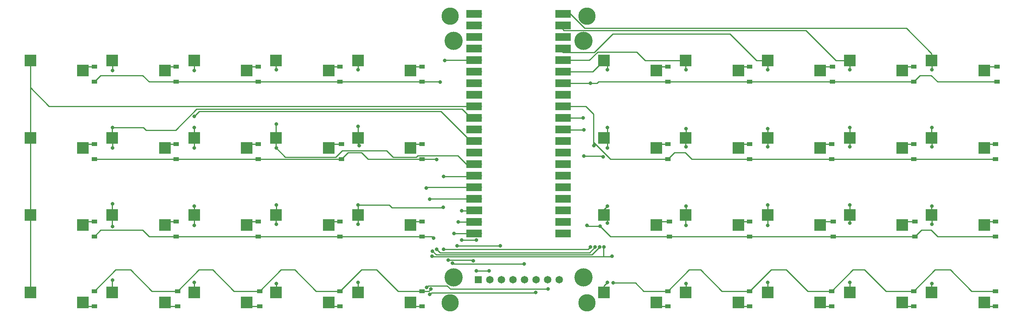
<source format=gbr>
G04 #@! TF.GenerationSoftware,KiCad,Pcbnew,(6.0.4-0)*
G04 #@! TF.CreationDate,2022-07-12T00:36:11-05:00*
G04 #@! TF.ProjectId,keezyboost40,6b65657a-7962-46f6-9f73-7434302e6b69,rev?*
G04 #@! TF.SameCoordinates,Original*
G04 #@! TF.FileFunction,Copper,L2,Bot*
G04 #@! TF.FilePolarity,Positive*
%FSLAX46Y46*%
G04 Gerber Fmt 4.6, Leading zero omitted, Abs format (unit mm)*
G04 Created by KiCad (PCBNEW (6.0.4-0)) date 2022-07-12 00:36:11*
%MOMM*%
%LPD*%
G01*
G04 APERTURE LIST*
G04 #@! TA.AperFunction,SMDPad,CuDef*
%ADD10R,2.600000X2.600000*%
G04 #@! TD*
G04 #@! TA.AperFunction,ComponentPad*
%ADD11C,3.800000*%
G04 #@! TD*
G04 #@! TA.AperFunction,ComponentPad*
%ADD12C,4.000000*%
G04 #@! TD*
G04 #@! TA.AperFunction,ComponentPad*
%ADD13R,1.650000X1.650000*%
G04 #@! TD*
G04 #@! TA.AperFunction,ComponentPad*
%ADD14C,1.650000*%
G04 #@! TD*
G04 #@! TA.AperFunction,SMDPad,CuDef*
%ADD15R,1.200000X0.900000*%
G04 #@! TD*
G04 #@! TA.AperFunction,SMDPad,CuDef*
%ADD16R,3.500000X1.700000*%
G04 #@! TD*
G04 #@! TA.AperFunction,ComponentPad*
%ADD17O,1.700000X1.700000*%
G04 #@! TD*
G04 #@! TA.AperFunction,ComponentPad*
%ADD18R,1.700000X1.700000*%
G04 #@! TD*
G04 #@! TA.AperFunction,ViaPad*
%ADD19C,0.800000*%
G04 #@! TD*
G04 #@! TA.AperFunction,Conductor*
%ADD20C,0.250000*%
G04 #@! TD*
G04 APERTURE END LIST*
D10*
X193725000Y-58750000D03*
X205275000Y-60950000D03*
X49725000Y-41750000D03*
X61275000Y-43950000D03*
X85725000Y-24750000D03*
X97275000Y-26950000D03*
X67725000Y-75750000D03*
X79275000Y-77950000D03*
X139725000Y-75750000D03*
X151275000Y-77950000D03*
X175725000Y-24750000D03*
X187275000Y-26950000D03*
X13725000Y-24750000D03*
X25275000Y-26950000D03*
X31725000Y-41750000D03*
X43275000Y-43950000D03*
X67725000Y-41750000D03*
X79275000Y-43950000D03*
X31725000Y-75750000D03*
X43275000Y-77950000D03*
X211725000Y-41750000D03*
X223275000Y-43950000D03*
X13725000Y-58750000D03*
X25275000Y-60950000D03*
X31725000Y-24750000D03*
X43275000Y-26950000D03*
X85725000Y-75750000D03*
X97275000Y-77950000D03*
X193725000Y-24750000D03*
X205275000Y-26950000D03*
X193725000Y-75750000D03*
X205275000Y-77950000D03*
X211725000Y-58750000D03*
X223275000Y-60950000D03*
X13725000Y-41750000D03*
X25275000Y-43950000D03*
X49725000Y-58750000D03*
X61275000Y-60950000D03*
X193725000Y-41750000D03*
X205275000Y-43950000D03*
X139725000Y-58750000D03*
X151275000Y-60950000D03*
X175725000Y-41750000D03*
X187275000Y-43950000D03*
X175725000Y-75750000D03*
X187275000Y-77950000D03*
X49725000Y-75750000D03*
X61275000Y-77950000D03*
X211725000Y-75750000D03*
X223275000Y-77950000D03*
X211725000Y-24750000D03*
X223275000Y-26950000D03*
X85725000Y-41750000D03*
X97275000Y-43950000D03*
X157725000Y-58750000D03*
X169275000Y-60950000D03*
X49725000Y-24750000D03*
X61275000Y-26950000D03*
X13725000Y-75750000D03*
X25275000Y-77950000D03*
X139725000Y-24750000D03*
X151275000Y-26950000D03*
D11*
X106000000Y-78000000D03*
X136000000Y-78000000D03*
D10*
X157725000Y-75750000D03*
X169275000Y-77950000D03*
X157725000Y-41750000D03*
X169275000Y-43950000D03*
D12*
X106750000Y-72450000D03*
X106750000Y-20450000D03*
X135250000Y-20450000D03*
X135250000Y-72450000D03*
D13*
X112110000Y-72950000D03*
D14*
X114650000Y-72950000D03*
X117190000Y-72950000D03*
X119730000Y-72950000D03*
X122270000Y-72950000D03*
X124810000Y-72950000D03*
X127350000Y-72950000D03*
X129890000Y-72950000D03*
D11*
X106000000Y-15000000D03*
D10*
X157725000Y-24750000D03*
X169275000Y-26950000D03*
X67725000Y-24750000D03*
X79275000Y-26950000D03*
X175725000Y-58750000D03*
X187275000Y-60950000D03*
X67725000Y-58750000D03*
X79275000Y-60950000D03*
X31725000Y-58750000D03*
X43275000Y-60950000D03*
D11*
X136000000Y-15000000D03*
D10*
X85725000Y-58750000D03*
X97275000Y-60950000D03*
X139725000Y-41750000D03*
X151275000Y-43950000D03*
D15*
X225775100Y-63450000D03*
X225775100Y-60150000D03*
X207775100Y-29450000D03*
X207775100Y-26150000D03*
X63775100Y-46450000D03*
X63775100Y-43150000D03*
X171775100Y-75450000D03*
X171775100Y-78750000D03*
X27775100Y-63450000D03*
X27775100Y-60150000D03*
X99775100Y-75450000D03*
X99775100Y-78750000D03*
X99775100Y-46450000D03*
X99775100Y-43150000D03*
X64100000Y-75450000D03*
X64100000Y-78750000D03*
X63775100Y-29450000D03*
X63775100Y-26150000D03*
X27775100Y-29450000D03*
X27775100Y-26150000D03*
X207775100Y-75450000D03*
X207775100Y-78750000D03*
D16*
X130790000Y-14520000D03*
D17*
X129890000Y-14520000D03*
X129890000Y-17060000D03*
D16*
X130790000Y-17060000D03*
D18*
X129890000Y-19600000D03*
D16*
X130790000Y-19600000D03*
D17*
X129890000Y-22140000D03*
D16*
X130790000Y-22140000D03*
X130790000Y-24680000D03*
D17*
X129890000Y-24680000D03*
D16*
X130790000Y-27220000D03*
D17*
X129890000Y-27220000D03*
D16*
X130790000Y-29760000D03*
D17*
X129890000Y-29760000D03*
D18*
X129890000Y-32300000D03*
D16*
X130790000Y-32300000D03*
X130790000Y-34840000D03*
D17*
X129890000Y-34840000D03*
X129890000Y-37380000D03*
D16*
X130790000Y-37380000D03*
X130790000Y-39920000D03*
D17*
X129890000Y-39920000D03*
X129890000Y-42460000D03*
D16*
X130790000Y-42460000D03*
X130790000Y-45000000D03*
D18*
X129890000Y-45000000D03*
D16*
X130790000Y-47540000D03*
D17*
X129890000Y-47540000D03*
X129890000Y-50080000D03*
D16*
X130790000Y-50080000D03*
D17*
X129890000Y-52620000D03*
D16*
X130790000Y-52620000D03*
D17*
X129890000Y-55160000D03*
D16*
X130790000Y-55160000D03*
X130790000Y-57700000D03*
D18*
X129890000Y-57700000D03*
D16*
X130790000Y-60240000D03*
D17*
X129890000Y-60240000D03*
X129890000Y-62780000D03*
D16*
X130790000Y-62780000D03*
D17*
X112110000Y-62780000D03*
D16*
X111210000Y-62780000D03*
D17*
X112110000Y-60240000D03*
D16*
X111210000Y-60240000D03*
D18*
X112110000Y-57700000D03*
D16*
X111210000Y-57700000D03*
D17*
X112110000Y-55160000D03*
D16*
X111210000Y-55160000D03*
X111210000Y-52620000D03*
D17*
X112110000Y-52620000D03*
D16*
X111210000Y-50080000D03*
D17*
X112110000Y-50080000D03*
D16*
X111210000Y-47540000D03*
D17*
X112110000Y-47540000D03*
D18*
X112110000Y-45000000D03*
D16*
X111210000Y-45000000D03*
D17*
X112110000Y-42460000D03*
D16*
X111210000Y-42460000D03*
X111210000Y-39920000D03*
D17*
X112110000Y-39920000D03*
D16*
X111210000Y-37380000D03*
D17*
X112110000Y-37380000D03*
X112110000Y-34840000D03*
D16*
X111210000Y-34840000D03*
D18*
X112110000Y-32300000D03*
D16*
X111210000Y-32300000D03*
X111210000Y-29760000D03*
D17*
X112110000Y-29760000D03*
D16*
X111210000Y-27220000D03*
D17*
X112110000Y-27220000D03*
X112110000Y-24680000D03*
D16*
X111210000Y-24680000D03*
D17*
X112110000Y-22140000D03*
D16*
X111210000Y-22140000D03*
D18*
X112110000Y-19600000D03*
D16*
X111210000Y-19600000D03*
X111210000Y-17060000D03*
D17*
X112110000Y-17060000D03*
D16*
X111210000Y-14520000D03*
D17*
X112110000Y-14520000D03*
D15*
X45775100Y-63450000D03*
X45775100Y-60150000D03*
X153775100Y-46450000D03*
X153775100Y-43150000D03*
X45775100Y-29450000D03*
X45775100Y-26150000D03*
X225775100Y-46450000D03*
X225775100Y-43150000D03*
X81775100Y-29450000D03*
X81775100Y-26150000D03*
X208100000Y-63450000D03*
X208100000Y-60150000D03*
X153775100Y-75450000D03*
X153775100Y-78750000D03*
X99775100Y-29450000D03*
X99775100Y-26150000D03*
X27775100Y-46450000D03*
X27775100Y-43150000D03*
X81775100Y-63450000D03*
X81775100Y-60150000D03*
X226100000Y-29450000D03*
X226100000Y-26150000D03*
X46100000Y-75450000D03*
X46100000Y-78750000D03*
X82100000Y-46450000D03*
X82100000Y-43150000D03*
X171775100Y-46450000D03*
X171775100Y-43150000D03*
X189775100Y-46450000D03*
X189775100Y-43150000D03*
X171775100Y-29450000D03*
X171775100Y-26150000D03*
X153775100Y-29450000D03*
X153775100Y-26150000D03*
X171775100Y-63450000D03*
X171775100Y-60150000D03*
X63775100Y-63450000D03*
X63775100Y-60150000D03*
X189775100Y-75450000D03*
X189775100Y-78750000D03*
X225775100Y-75450000D03*
X225775100Y-78750000D03*
X154100000Y-63450000D03*
X154100000Y-60150000D03*
X99775100Y-63450000D03*
X99775100Y-60150000D03*
X45775100Y-46450000D03*
X45775100Y-43150000D03*
X27775100Y-75450000D03*
X27775100Y-78750000D03*
X189925100Y-29450000D03*
X189925100Y-26150000D03*
X81775100Y-75450000D03*
X81775100Y-78750000D03*
X207775100Y-46450000D03*
X207775100Y-43150000D03*
X190100000Y-63450000D03*
X190100000Y-60150000D03*
D19*
X111750000Y-71000000D03*
X111750000Y-64229502D03*
X114500000Y-71000000D03*
X108479502Y-64229502D03*
X108500000Y-57750000D03*
X136775500Y-65750000D03*
X136750000Y-29750000D03*
X104500000Y-66250000D03*
X103750000Y-29500000D03*
X103025500Y-46500000D03*
X103025500Y-66275500D03*
X137500000Y-43500000D03*
X137775003Y-65750000D03*
X135130000Y-37380000D03*
X102301000Y-63750000D03*
X102102081Y-66657994D03*
X138862989Y-61137011D03*
X138774506Y-65750000D03*
X136051000Y-61000000D03*
X139600689Y-45899311D03*
X139774009Y-65750000D03*
X141785908Y-73648385D03*
X135326500Y-40000000D03*
X101750000Y-75000000D03*
X135326500Y-45714386D03*
X141500000Y-67750000D03*
X102000000Y-67750000D03*
X104750000Y-24750000D03*
X111000000Y-68750000D03*
X105500000Y-68598051D03*
X31750000Y-61250000D03*
X31750000Y-56250000D03*
X31750000Y-39500000D03*
X31750000Y-44000000D03*
X31750000Y-27000000D03*
X31750000Y-73000000D03*
X49750000Y-56750000D03*
X49750000Y-44000000D03*
X49750000Y-39500000D03*
X49750000Y-61000000D03*
X49750000Y-27000000D03*
X49750000Y-73500000D03*
X49750000Y-37000000D03*
X67750000Y-56500000D03*
X67750000Y-44000000D03*
X67750000Y-73750000D03*
X67750000Y-38750000D03*
X67750000Y-60750000D03*
X67750000Y-26750000D03*
X85750000Y-26750000D03*
X104500000Y-50250000D03*
X85750000Y-39250000D03*
X86000000Y-43500000D03*
X85750000Y-60750000D03*
X104474500Y-57000000D03*
X85750000Y-73500000D03*
X85750000Y-56500000D03*
X140500000Y-73500000D03*
X140500000Y-26750000D03*
X140500000Y-60500000D03*
X140500000Y-56750000D03*
X140500000Y-39500000D03*
X140500000Y-44000000D03*
X157750000Y-73750000D03*
X157750000Y-39750000D03*
X157750000Y-26750000D03*
X157750000Y-61000000D03*
X157750000Y-56750000D03*
X157750000Y-43750000D03*
X175750000Y-61000000D03*
X175750000Y-26750000D03*
X175750000Y-73500000D03*
X175750000Y-56500000D03*
X175750000Y-43750000D03*
X175750000Y-39750000D03*
X193750000Y-60500000D03*
X193750000Y-56500000D03*
X193750000Y-43750000D03*
X193750000Y-26750000D03*
X193750000Y-73500000D03*
X193750000Y-39500000D03*
X211750000Y-39500000D03*
X211750000Y-56750000D03*
X211750000Y-73750000D03*
X211750000Y-26750000D03*
X211750000Y-43750000D03*
X211750000Y-60750000D03*
X106500000Y-69322551D03*
X106775500Y-62750000D03*
X122250000Y-69500000D03*
X107500000Y-65500000D03*
X107755002Y-60250000D03*
X117000000Y-65500000D03*
X101474500Y-55250000D03*
X127500000Y-75000000D03*
X100829952Y-74609472D03*
X124750000Y-75750000D03*
X100750000Y-52750000D03*
X101488084Y-76149661D03*
D20*
X111750000Y-64229502D02*
X108479502Y-64229502D01*
X114500000Y-71000000D02*
X111750000Y-71000000D01*
X112060000Y-57750000D02*
X112110000Y-57700000D01*
X108500000Y-57750000D02*
X112060000Y-57750000D01*
X211610768Y-28025479D02*
X209199621Y-28025479D01*
X129900000Y-29750000D02*
X129890000Y-29760000D01*
X209199621Y-28025479D02*
X207775100Y-29450000D01*
X136275500Y-66250000D02*
X136775500Y-65750000D01*
X189925100Y-29450000D02*
X207775100Y-29450000D01*
X138250000Y-29750000D02*
X136750000Y-29750000D01*
X226100000Y-29450000D02*
X213035289Y-29450000D01*
X38424505Y-28025479D02*
X39849026Y-29450000D01*
X29199621Y-28025479D02*
X38424505Y-28025479D01*
X153775100Y-29450000D02*
X171775100Y-29450000D01*
X39849026Y-29450000D02*
X45775100Y-29450000D01*
X171775100Y-29450000D02*
X189925100Y-29450000D01*
X81775100Y-29450000D02*
X99775100Y-29450000D01*
X45775100Y-29450000D02*
X63775100Y-29450000D01*
X136750000Y-29750000D02*
X129900000Y-29750000D01*
X104500000Y-66250000D02*
X136275500Y-66250000D01*
X138550000Y-29450000D02*
X153775100Y-29450000D01*
X99775100Y-29450000D02*
X103700000Y-29450000D01*
X63775100Y-29450000D02*
X81775100Y-29450000D01*
X103700000Y-29450000D02*
X103750000Y-29500000D01*
X27775100Y-29450000D02*
X29199621Y-28025479D01*
X138250000Y-29750000D02*
X138550000Y-29450000D01*
X213035289Y-29450000D02*
X211610768Y-28025479D01*
X26075000Y-26150000D02*
X25275000Y-26950000D01*
X27775100Y-26150000D02*
X26075000Y-26150000D01*
X44075000Y-26150000D02*
X43275000Y-26950000D01*
X45775100Y-26150000D02*
X44075000Y-26150000D01*
X62075000Y-26150000D02*
X61275000Y-26950000D01*
X63775100Y-26150000D02*
X62075000Y-26150000D01*
X81775100Y-26150000D02*
X80075000Y-26150000D01*
X80075000Y-26150000D02*
X79275000Y-26950000D01*
X98075000Y-26150000D02*
X97275000Y-26950000D01*
X99775100Y-26150000D02*
X98075000Y-26150000D01*
X152075000Y-26150000D02*
X151275000Y-26950000D01*
X153775100Y-26150000D02*
X152075000Y-26150000D01*
X170075000Y-26150000D02*
X169275000Y-26950000D01*
X171775100Y-26150000D02*
X170075000Y-26150000D01*
X189925100Y-26150000D02*
X188075000Y-26150000D01*
X188075000Y-26150000D02*
X187275000Y-26950000D01*
X206075000Y-26150000D02*
X205275000Y-26950000D01*
X207775100Y-26150000D02*
X206075000Y-26150000D01*
X226100000Y-26150000D02*
X224075000Y-26150000D01*
X224075000Y-26150000D02*
X223275000Y-26950000D01*
X136575603Y-66974511D02*
X137775003Y-65775111D01*
X137475489Y-42725489D02*
X137475489Y-43475489D01*
X103724511Y-66974511D02*
X136575603Y-66974511D01*
X87950000Y-46450000D02*
X99775100Y-46450000D01*
X103025500Y-66275500D02*
X103724511Y-66974511D01*
X103025500Y-46500000D02*
X102975500Y-46450000D01*
X63775100Y-46450000D02*
X45775100Y-46450000D01*
X102975500Y-46450000D02*
X99775100Y-46450000D01*
X159035289Y-46450000D02*
X157585289Y-45000000D01*
X155225100Y-45000000D02*
X153775100Y-46450000D01*
X86525479Y-45025479D02*
X87950000Y-46450000D01*
X137775003Y-65775111D02*
X137775003Y-65750000D01*
X45775100Y-46450000D02*
X27775100Y-46450000D01*
X189775100Y-46450000D02*
X171775100Y-46450000D01*
X138100489Y-43350489D02*
X137475489Y-42725489D01*
X82100000Y-46450000D02*
X83524521Y-45025479D01*
X225775100Y-46450000D02*
X207775100Y-46450000D01*
X82100000Y-46450000D02*
X63775100Y-46450000D01*
X207775100Y-46450000D02*
X189775100Y-46450000D01*
X135790978Y-34840000D02*
X129890000Y-34840000D01*
X153775100Y-46450000D02*
X141175978Y-46450000D01*
X137475489Y-43475489D02*
X137500000Y-43500000D01*
X141175978Y-46450000D02*
X138100489Y-43374511D01*
X171775100Y-46450000D02*
X159035289Y-46450000D01*
X137475489Y-36524511D02*
X135790978Y-34840000D01*
X137475489Y-42725489D02*
X137475489Y-36524511D01*
X138100489Y-43374511D02*
X138100489Y-43350489D01*
X83524521Y-45025479D02*
X86525479Y-45025479D01*
X157585289Y-45000000D02*
X155225100Y-45000000D01*
X26075000Y-43150000D02*
X25275000Y-43950000D01*
X27775100Y-43150000D02*
X26075000Y-43150000D01*
X44075000Y-43150000D02*
X43275000Y-43950000D01*
X45775100Y-43150000D02*
X44075000Y-43150000D01*
X63775100Y-43150000D02*
X62075000Y-43150000D01*
X62075000Y-43150000D02*
X61275000Y-43950000D01*
X82100000Y-43150000D02*
X80075000Y-43150000D01*
X80075000Y-43150000D02*
X79275000Y-43950000D01*
X98075000Y-43150000D02*
X97275000Y-43950000D01*
X99775100Y-43150000D02*
X98075000Y-43150000D01*
X152075000Y-43150000D02*
X151275000Y-43950000D01*
X153775100Y-43150000D02*
X152075000Y-43150000D01*
X170075000Y-43150000D02*
X169275000Y-43950000D01*
X171775100Y-43150000D02*
X170075000Y-43150000D01*
X189775100Y-43150000D02*
X188075000Y-43150000D01*
X188075000Y-43150000D02*
X187275000Y-43950000D01*
X206075000Y-43150000D02*
X205275000Y-43950000D01*
X207775100Y-43150000D02*
X206075000Y-43150000D01*
X224075000Y-43150000D02*
X223275000Y-43950000D01*
X225775100Y-43150000D02*
X224075000Y-43150000D01*
X171775100Y-63450000D02*
X154100000Y-63450000D01*
X208100000Y-63450000D02*
X190100000Y-63450000D01*
X45775100Y-63450000D02*
X63775100Y-63450000D01*
X138862989Y-61137011D02*
X136188011Y-61137011D01*
X209524521Y-62025479D02*
X208100000Y-63450000D01*
X154100000Y-63450000D02*
X141175978Y-63450000D01*
X135130000Y-37380000D02*
X129890000Y-37380000D01*
X27775100Y-63450000D02*
X29199621Y-62025479D01*
X29199621Y-62025479D02*
X38424505Y-62025479D01*
X211610768Y-62025479D02*
X209524521Y-62025479D01*
X102001000Y-63450000D02*
X102301000Y-63750000D01*
X102868118Y-67424031D02*
X137125586Y-67424031D01*
X138774506Y-65775111D02*
X138774506Y-65750000D01*
X81775100Y-63450000D02*
X99775100Y-63450000D01*
X136188011Y-61137011D02*
X136051000Y-61000000D01*
X99775100Y-63450000D02*
X102001000Y-63450000D01*
X137125586Y-67424031D02*
X138774506Y-65775111D01*
X102102081Y-66657994D02*
X102868118Y-67424031D01*
X190100000Y-63450000D02*
X171775100Y-63450000D01*
X38424505Y-62025479D02*
X39849026Y-63450000D01*
X39849026Y-63450000D02*
X45775100Y-63450000D01*
X213035289Y-63450000D02*
X211610768Y-62025479D01*
X63775100Y-63450000D02*
X81775100Y-63450000D01*
X225775100Y-63450000D02*
X213035289Y-63450000D01*
X141175978Y-63450000D02*
X138862989Y-61137011D01*
X27775100Y-60150000D02*
X26075000Y-60150000D01*
X26075000Y-60150000D02*
X25275000Y-60950000D01*
X45775100Y-60150000D02*
X44075000Y-60150000D01*
X44075000Y-60150000D02*
X43275000Y-60950000D01*
X62075000Y-60150000D02*
X61275000Y-60950000D01*
X63775100Y-60150000D02*
X62075000Y-60150000D01*
X80075000Y-60150000D02*
X79275000Y-60950000D01*
X81775100Y-60150000D02*
X80075000Y-60150000D01*
X99775100Y-60150000D02*
X98075000Y-60150000D01*
X98075000Y-60150000D02*
X97275000Y-60950000D01*
X154100000Y-60150000D02*
X152075000Y-60150000D01*
X152075000Y-60150000D02*
X151275000Y-60950000D01*
X171775100Y-60150000D02*
X170075000Y-60150000D01*
X170075000Y-60150000D02*
X169275000Y-60950000D01*
X190100000Y-60150000D02*
X188075000Y-60150000D01*
X188075000Y-60150000D02*
X187275000Y-60950000D01*
X208100000Y-60150000D02*
X206075000Y-60150000D01*
X206075000Y-60150000D02*
X205275000Y-60950000D01*
X225775100Y-60150000D02*
X224075000Y-60150000D01*
X224075000Y-60150000D02*
X223275000Y-60950000D01*
X32450521Y-70774579D02*
X35774579Y-70774579D01*
X86450521Y-70774579D02*
X89820256Y-70774579D01*
X146694062Y-73648385D02*
X148495677Y-75450000D01*
X50775421Y-70774579D02*
X53820256Y-70774579D01*
X215820256Y-70774579D02*
X212450521Y-70774579D01*
X68775421Y-70774579D02*
X71820256Y-70774579D01*
X81775100Y-75450000D02*
X86450521Y-70774579D01*
X171775100Y-75450000D02*
X165683008Y-75450000D01*
X176450521Y-70774579D02*
X171775100Y-75450000D01*
X101300000Y-75450000D02*
X101750000Y-75000000D01*
X207775100Y-75450000D02*
X201683008Y-75450000D01*
X46100000Y-75450000D02*
X50775421Y-70774579D01*
X220495677Y-75450000D02*
X215820256Y-70774579D01*
X189775100Y-75450000D02*
X184495677Y-75450000D01*
X102123551Y-67873551D02*
X141376449Y-67873551D01*
X184495677Y-75450000D02*
X179820256Y-70774579D01*
X102000000Y-67750000D02*
X102123551Y-67873551D01*
X40450000Y-75450000D02*
X46100000Y-75450000D01*
X139600689Y-45899311D02*
X139415764Y-45714386D01*
X165683008Y-75450000D02*
X161007587Y-70774579D01*
X161007587Y-70774579D02*
X158450521Y-70774579D01*
X179820256Y-70774579D02*
X176450521Y-70774579D01*
X148495677Y-75450000D02*
X153775100Y-75450000D01*
X141376449Y-67873551D02*
X141500000Y-67750000D01*
X141785908Y-73648385D02*
X146694062Y-73648385D01*
X53820256Y-70774579D02*
X58495677Y-75450000D01*
X94495677Y-75450000D02*
X99775100Y-75450000D01*
X139623551Y-67873551D02*
X139623551Y-65900458D01*
X135326500Y-40000000D02*
X129970000Y-40000000D01*
X129970000Y-40000000D02*
X129890000Y-39920000D01*
X194450521Y-70774579D02*
X189775100Y-75450000D01*
X225775100Y-75450000D02*
X220495677Y-75450000D01*
X27775100Y-75450000D02*
X32450521Y-70774579D01*
X197007587Y-70774579D02*
X194450521Y-70774579D01*
X71820256Y-70774579D02*
X76495677Y-75450000D01*
X212450521Y-70774579D02*
X207775100Y-75450000D01*
X201683008Y-75450000D02*
X197007587Y-70774579D01*
X89820256Y-70774579D02*
X94495677Y-75450000D01*
X139623551Y-65900458D02*
X139774009Y-65750000D01*
X99775100Y-75450000D02*
X101300000Y-75450000D01*
X158450521Y-70774579D02*
X153775100Y-75450000D01*
X64100000Y-75450000D02*
X68775421Y-70774579D01*
X76495677Y-75450000D02*
X81775100Y-75450000D01*
X58495677Y-75450000D02*
X64100000Y-75450000D01*
X35774579Y-70774579D02*
X40450000Y-75450000D01*
X139415764Y-45714386D02*
X135326500Y-45714386D01*
X26075000Y-78750000D02*
X25275000Y-77950000D01*
X27775100Y-78750000D02*
X26075000Y-78750000D01*
X46100000Y-78750000D02*
X44075000Y-78750000D01*
X44075000Y-78750000D02*
X43275000Y-77950000D01*
X64100000Y-78750000D02*
X62075000Y-78750000D01*
X62075000Y-78750000D02*
X61275000Y-77950000D01*
X80075000Y-78750000D02*
X79275000Y-77950000D01*
X81775100Y-78750000D02*
X80075000Y-78750000D01*
X99775100Y-78750000D02*
X98075000Y-78750000D01*
X98075000Y-78750000D02*
X97275000Y-77950000D01*
X153775100Y-78750000D02*
X152075000Y-78750000D01*
X152075000Y-78750000D02*
X151275000Y-77950000D01*
X171775100Y-78750000D02*
X170075000Y-78750000D01*
X170075000Y-78750000D02*
X169275000Y-77950000D01*
X188075000Y-78750000D02*
X187275000Y-77950000D01*
X189775100Y-78750000D02*
X188075000Y-78750000D01*
X206075000Y-78750000D02*
X205275000Y-77950000D01*
X207775100Y-78750000D02*
X206075000Y-78750000D01*
X224075000Y-78750000D02*
X223275000Y-77950000D01*
X225775100Y-78750000D02*
X224075000Y-78750000D01*
X110848051Y-68598051D02*
X111000000Y-68750000D01*
X112110000Y-24680000D02*
X104820000Y-24680000D01*
X104820000Y-24680000D02*
X104750000Y-24750000D01*
X105500000Y-68598051D02*
X110848051Y-68598051D01*
X13725000Y-58750000D02*
X13725000Y-75750000D01*
X13725000Y-41750000D02*
X13725000Y-58750000D01*
X13725000Y-30725000D02*
X13725000Y-41750000D01*
X17840000Y-34840000D02*
X112110000Y-34840000D01*
X13725000Y-30725000D02*
X17840000Y-34840000D01*
X13725000Y-24750000D02*
X13725000Y-30725000D01*
X108582437Y-35461459D02*
X110500978Y-37380000D01*
X31725000Y-41750000D02*
X31725000Y-39525000D01*
X31725000Y-39525000D02*
X31750000Y-39500000D01*
X31725000Y-75750000D02*
X31725000Y-73025000D01*
X31750000Y-61250000D02*
X31725000Y-61225000D01*
X110500978Y-37380000D02*
X112110000Y-37380000D01*
X31725000Y-56275000D02*
X31750000Y-56250000D01*
X31750000Y-24775000D02*
X31725000Y-24750000D01*
X50263927Y-35461459D02*
X108582437Y-35461459D01*
X31750000Y-41775000D02*
X31725000Y-41750000D01*
X31750000Y-27000000D02*
X31750000Y-24775000D01*
X31750000Y-39500000D02*
X38545677Y-39500000D01*
X31725000Y-73025000D02*
X31750000Y-73000000D01*
X39134698Y-40089021D02*
X45636365Y-40089021D01*
X45636365Y-40089021D02*
X50263927Y-35461459D01*
X31725000Y-58750000D02*
X31725000Y-56275000D01*
X38545677Y-39500000D02*
X39134698Y-40089021D01*
X31750000Y-44000000D02*
X31750000Y-41775000D01*
X31725000Y-61225000D02*
X31725000Y-58750000D01*
X49725000Y-58750000D02*
X49725000Y-60975000D01*
X50839021Y-35910979D02*
X103910979Y-35910979D01*
X49750000Y-37000000D02*
X50839021Y-35910979D01*
X49725000Y-41750000D02*
X49725000Y-43975000D01*
X49750000Y-41725000D02*
X49725000Y-41750000D01*
X49750000Y-75725000D02*
X49725000Y-75750000D01*
X49750000Y-56750000D02*
X49750000Y-58725000D01*
X49725000Y-26975000D02*
X49750000Y-27000000D01*
X103910979Y-35910979D02*
X110460000Y-42460000D01*
X49725000Y-60975000D02*
X49750000Y-61000000D01*
X49750000Y-58725000D02*
X49725000Y-58750000D01*
X49725000Y-24750000D02*
X49725000Y-26975000D01*
X49750000Y-39500000D02*
X49750000Y-41725000D01*
X110460000Y-42460000D02*
X112110000Y-42460000D01*
X49725000Y-43975000D02*
X49750000Y-44000000D01*
X49750000Y-73500000D02*
X49750000Y-75725000D01*
X67725000Y-38775000D02*
X67725000Y-41750000D01*
X67725000Y-60725000D02*
X67750000Y-60750000D01*
X98525598Y-46000480D02*
X98850589Y-45675489D01*
X67725000Y-41750000D02*
X67725000Y-43975000D01*
X91974985Y-44575959D02*
X93399506Y-46000480D01*
X67750000Y-75725000D02*
X67725000Y-75750000D01*
X67750000Y-44000000D02*
X69750480Y-46000480D01*
X67725000Y-26725000D02*
X67750000Y-26750000D01*
X67750000Y-38750000D02*
X67725000Y-38775000D01*
X93399506Y-46000480D02*
X98525598Y-46000480D01*
X67750000Y-56500000D02*
X67750000Y-58725000D01*
X107675489Y-45675489D02*
X109540000Y-47540000D01*
X69750480Y-46000480D02*
X80850498Y-46000480D01*
X67750000Y-58725000D02*
X67725000Y-58750000D01*
X109540000Y-47540000D02*
X112110000Y-47540000D01*
X82275019Y-44575959D02*
X91974985Y-44575959D01*
X67725000Y-58750000D02*
X67725000Y-60725000D01*
X67750000Y-73750000D02*
X67750000Y-75725000D01*
X98850589Y-45675489D02*
X107675489Y-45675489D01*
X67725000Y-24750000D02*
X67725000Y-26725000D01*
X80850498Y-46000480D02*
X82275019Y-44575959D01*
X67725000Y-43975000D02*
X67750000Y-44000000D01*
X85750000Y-56500000D02*
X92545677Y-56500000D01*
X85725000Y-56525000D02*
X85750000Y-56500000D01*
X85750000Y-26750000D02*
X85750000Y-24775000D01*
X85725000Y-73525000D02*
X85750000Y-73500000D01*
X85725000Y-58750000D02*
X85725000Y-56525000D01*
X85725000Y-43225000D02*
X86000000Y-43500000D01*
X85725000Y-41750000D02*
X85725000Y-39275000D01*
X103491957Y-57089021D02*
X104385479Y-57089021D01*
X85725000Y-75750000D02*
X85725000Y-73525000D01*
X85750000Y-60750000D02*
X85750000Y-58775000D01*
X104500000Y-50250000D02*
X111940000Y-50250000D01*
X104385479Y-57089021D02*
X104474500Y-57000000D01*
X111940000Y-50250000D02*
X112110000Y-50080000D01*
X93134698Y-57089021D02*
X103491957Y-57089021D01*
X92545677Y-56500000D02*
X93134698Y-57089021D01*
X85725000Y-41750000D02*
X85725000Y-43225000D01*
X85725000Y-39275000D02*
X85750000Y-39250000D01*
X85750000Y-58775000D02*
X85725000Y-58750000D01*
X85750000Y-24775000D02*
X85725000Y-24750000D01*
X139725000Y-41750000D02*
X140500000Y-40975000D01*
X139725000Y-75750000D02*
X139725000Y-74275000D01*
X140500000Y-40975000D02*
X140500000Y-39500000D01*
X139725000Y-57525000D02*
X140500000Y-56750000D01*
X140500000Y-42525000D02*
X139725000Y-41750000D01*
X140500000Y-25525000D02*
X139725000Y-24750000D01*
X140500000Y-44000000D02*
X140500000Y-42525000D01*
X129890000Y-27220000D02*
X137255000Y-27220000D01*
X137255000Y-27220000D02*
X139725000Y-24750000D01*
X139725000Y-58750000D02*
X139725000Y-57525000D01*
X140500000Y-59525000D02*
X139725000Y-58750000D01*
X140500000Y-26750000D02*
X140500000Y-25525000D01*
X140500000Y-60500000D02*
X140500000Y-59525000D01*
X139725000Y-74275000D02*
X140500000Y-73500000D01*
X138350499Y-22875479D02*
X146921156Y-22875479D01*
X157750000Y-56750000D02*
X157750000Y-58725000D01*
X157750000Y-75725000D02*
X157725000Y-75750000D01*
X148795677Y-24750000D02*
X157725000Y-24750000D01*
X157750000Y-58725000D02*
X157725000Y-58750000D01*
X157725000Y-26725000D02*
X157750000Y-26750000D01*
X157750000Y-41725000D02*
X157725000Y-41750000D01*
X136545978Y-24680000D02*
X138350499Y-22875479D01*
X157725000Y-41750000D02*
X157725000Y-43725000D01*
X157725000Y-58750000D02*
X157725000Y-60975000D01*
X157750000Y-73750000D02*
X157750000Y-75725000D01*
X157725000Y-24750000D02*
X157725000Y-26725000D01*
X129890000Y-24680000D02*
X136545978Y-24680000D01*
X146921156Y-22875479D02*
X148795677Y-24750000D01*
X157750000Y-39750000D02*
X157750000Y-41725000D01*
X157725000Y-60975000D02*
X157750000Y-61000000D01*
X157725000Y-43725000D02*
X157750000Y-43750000D01*
X175725000Y-43725000D02*
X175750000Y-43750000D01*
X175725000Y-26725000D02*
X175750000Y-26750000D01*
X175725000Y-41750000D02*
X175725000Y-43725000D01*
X175750000Y-39750000D02*
X175750000Y-41725000D01*
X129890000Y-22140000D02*
X130740000Y-22990000D01*
X175725000Y-24750000D02*
X175725000Y-26725000D01*
X173250000Y-24750000D02*
X175725000Y-24750000D01*
X175750000Y-73500000D02*
X175750000Y-75725000D01*
X175750000Y-58725000D02*
X175725000Y-58750000D01*
X175725000Y-58750000D02*
X175725000Y-60975000D01*
X175725000Y-60975000D02*
X175750000Y-61000000D01*
X137600261Y-22990000D02*
X141679282Y-18910979D01*
X167410979Y-18910979D02*
X173250000Y-24750000D01*
X175750000Y-41725000D02*
X175725000Y-41750000D01*
X130740000Y-22990000D02*
X137600261Y-22990000D01*
X175750000Y-56500000D02*
X175750000Y-58725000D01*
X175750000Y-75725000D02*
X175725000Y-75750000D01*
X141679282Y-18910979D02*
X167410979Y-18910979D01*
X193750000Y-43750000D02*
X193750000Y-41775000D01*
X193725000Y-39525000D02*
X193750000Y-39500000D01*
X130955489Y-18125489D02*
X184125489Y-18125489D01*
X193750000Y-60500000D02*
X193750000Y-58775000D01*
X193750000Y-58775000D02*
X193725000Y-58750000D01*
X193725000Y-75750000D02*
X193725000Y-73525000D01*
X190750000Y-24750000D02*
X193725000Y-24750000D01*
X193725000Y-73525000D02*
X193750000Y-73500000D01*
X129890000Y-17060000D02*
X130955489Y-18125489D01*
X193725000Y-56525000D02*
X193750000Y-56500000D01*
X193725000Y-41750000D02*
X193725000Y-39525000D01*
X193725000Y-58750000D02*
X193725000Y-56525000D01*
X193750000Y-41775000D02*
X193725000Y-41750000D01*
X193750000Y-24775000D02*
X193725000Y-24750000D01*
X184125489Y-18125489D02*
X190750000Y-24750000D01*
X193750000Y-26750000D02*
X193750000Y-24775000D01*
X211750000Y-60750000D02*
X211750000Y-58775000D01*
X129890000Y-14520000D02*
X132374065Y-14520000D01*
X211750000Y-26750000D02*
X211750000Y-24775000D01*
X135530034Y-17675969D02*
X206200969Y-17675969D01*
X211725000Y-23200000D02*
X211725000Y-24750000D01*
X211725000Y-73775000D02*
X211750000Y-73750000D01*
X211750000Y-24775000D02*
X211725000Y-24750000D01*
X211725000Y-41750000D02*
X211725000Y-39525000D01*
X211725000Y-75750000D02*
X211725000Y-73775000D01*
X211725000Y-56775000D02*
X211750000Y-56750000D01*
X211750000Y-41775000D02*
X211725000Y-41750000D01*
X211725000Y-58750000D02*
X211725000Y-56775000D01*
X132374065Y-14520000D02*
X135530034Y-17675969D01*
X211725000Y-39525000D02*
X211750000Y-39500000D01*
X206200969Y-17675969D02*
X211725000Y-23200000D01*
X211750000Y-58775000D02*
X211725000Y-58750000D01*
X211750000Y-43750000D02*
X211750000Y-41775000D01*
X117038040Y-69474511D02*
X106676940Y-69474511D01*
X122224511Y-69474511D02*
X122250000Y-69500000D01*
X112080000Y-62750000D02*
X112110000Y-62780000D01*
X117038040Y-69474511D02*
X122224511Y-69474511D01*
X106676940Y-69474511D02*
X106524980Y-69322551D01*
X106775500Y-62750000D02*
X112080000Y-62750000D01*
X106524980Y-69322551D02*
X106500000Y-69322551D01*
X112100000Y-60250000D02*
X112110000Y-60240000D01*
X117000000Y-65500000D02*
X107500000Y-65500000D01*
X107755002Y-60250000D02*
X112100000Y-60250000D01*
X106012644Y-75000000D02*
X127500000Y-75000000D01*
X112110000Y-55160000D02*
X101564500Y-55160000D01*
X101163935Y-74275489D02*
X105288133Y-74275489D01*
X105288133Y-74275489D02*
X106012644Y-75000000D01*
X100829952Y-74609472D02*
X101163935Y-74275489D01*
X101564500Y-55160000D02*
X101474500Y-55250000D01*
X100880000Y-52620000D02*
X100750000Y-52750000D01*
X112110000Y-52620000D02*
X100880000Y-52620000D01*
X124724511Y-75775489D02*
X124750000Y-75750000D01*
X101862256Y-75775489D02*
X124724511Y-75775489D01*
X101488084Y-76149661D02*
X101862256Y-75775489D01*
M02*

</source>
